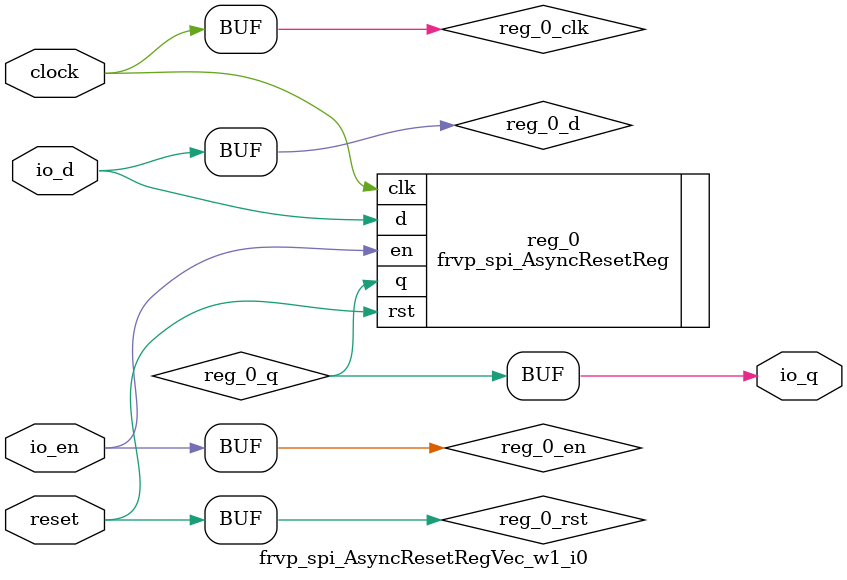
<source format=v>
`default_nettype wire
module frvp_spi_AsyncResetRegVec_w1_i0(   input   clock,   input   reset,   input   io_d,   output  io_q,   input   io_en );
  wire  reg_0_rst;   wire  reg_0_clk;   wire  reg_0_en;   wire  reg_0_q;   wire  reg_0_d;   frvp_spi_AsyncResetReg #(.RESET_VALUE(0)) reg_0 (     .rst(reg_0_rst),
    .clk(reg_0_clk),
    .en(reg_0_en),
    .q(reg_0_q),
    .d(reg_0_d)
  );
  assign io_q = reg_0_q;   assign reg_0_rst = reset;   assign reg_0_clk = clock;   assign reg_0_en = io_en;   assign reg_0_d = io_d; endmodule

</source>
